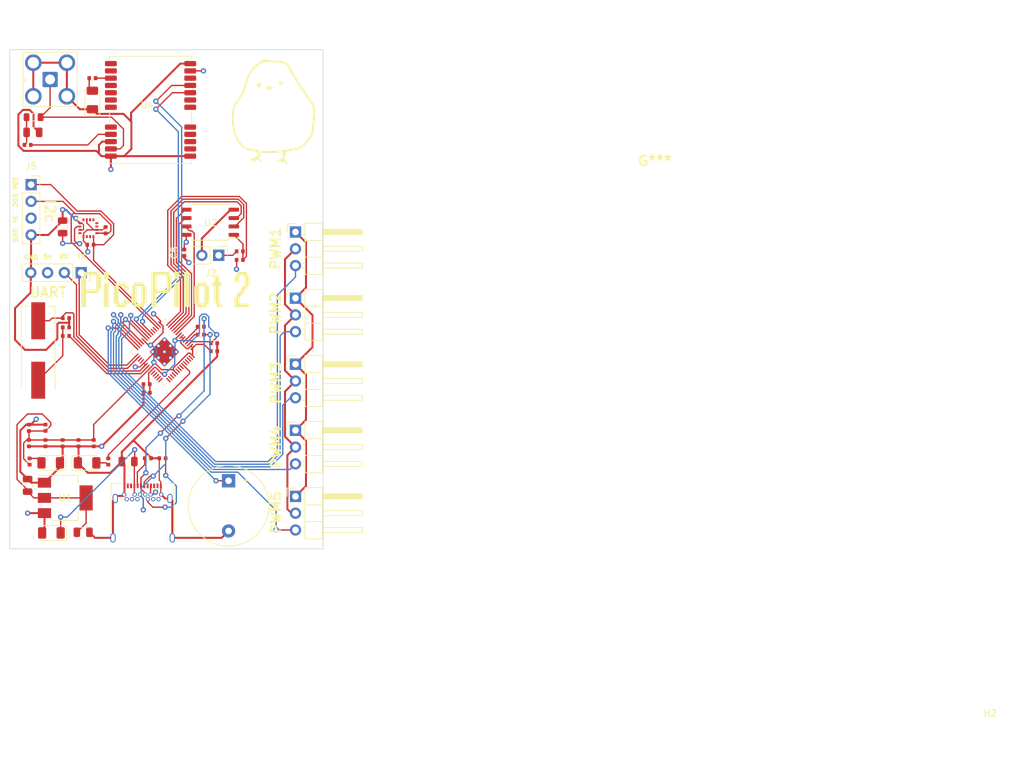
<source format=kicad_pcb>
(kicad_pcb (version 20211014) (generator pcbnew)
  (layers (0 "F.Cu" signal) (1 "In1.Cu" power) (2 "In2.Cu" power) (31 "B.Cu" signal) (34 "B.Paste" user) (35 "F.Paste" user) (36 "B.SilkS" user "B.Silkscreen") (37 "F.SilkS" user "F.Silkscreen") (38 "B.Mask" user) (39 "F.Mask" user) (44 "Edge.Cuts" user))
  (net 0 "")
  (net 1 "GND")
  (net 2 "+3V3")
  (net 3 "/GPIO0")
  (net 4 "/GPIO1")
  (net 5 "/GPIO2")
  (net 6 "/GPIO3")
  (net 7 "/GPIO4")
  (net 8 "/GPIO5")
  (net 9 "/GPIO6")
  (net 10 "/GPIO7")
  (net 11 "/GPIO8")
  (net 12 "/GPIO9")
  (net 13 "/GPIO10")
  (net 14 "/GPIO11")
  (net 15 "/GPIO12")
  (net 16 "/GPIO13")
  (net 17 "/GPIO14")
  (net 18 "/GPIO15")
  (net 19 "/XOUT")
  (net 20 "+1V1")
  (net 21 "/SWCLK")
  (net 22 "/SWD")
  (net 23 "/RUN")
  (net 24 "/GPIO16")
  (net 25 "/GPIO17")
  (net 26 "/GPIO18")
  (net 27 "/GPIO19")
  (net 28 "/GPIO20")
  (net 29 "/GPIO21")
  (net 30 "/GPIO22")
  (net 31 "/GPIO23")
  (net 32 "/GPIO24")
  (net 33 "/GPIO25")
  (net 34 "/GPIO26_ADC0")
  (net 35 "/GPIO27_ADC1")
  (net 36 "/GPIO28_ADC2")
  (net 37 "/GPIO29_ADC3")
  (net 38 "Net-(R4-Pad2)")
  (net 39 "Net-(R3-Pad2)")
  (net 40 "/QSPI_SD3")
  (net 41 "/QSPI_SCLK")
  (net 42 "/QSPI_SD0")
  (net 43 "/QSPI_SD2")
  (net 44 "/QSPI_SD1")
  (net 45 "/QSPI_SS")
  (net 46 "Net-(C3-Pad1)")
  (net 49 "Net-(R9-Pad1)")
  (net 55 "Net-(R8-Pad1)")
  (net 56 "Net-(J4-Pad1)")
  (net 64 "+5V")
  (net 70 "Net-(C19-Pad1)")
  (net 74 "Net-(D2-Pad2)")
  (net 75 "Net-(D3-Pad2)")
  (net 76 "Net-(D4-Pad2)")
  (net 77 "Net-(C18-Pad2)")
  (net 78 "VBUS")
  (net 79 "Net-(R13-Pad1)")
  (net 80 "/USB_D+")
  (net 81 "/USB_D-")
  (net 83 "Net-(R14-Pad1)")
  (net 85 "/~{USB_BOOT}")
  (footprint "Connector_PinHeader_2.54mm:PinHeader_1x03_P2.54mm_Horizontal" (layer "F.Cu") (at 135.825 113.175)
    (fp_text reference "P5")
    (fp_text value "PWM5")
  )
  (footprint "Capacitor_SMD:C_0402_1005Metric" (layer "F.Cu") (at 101.1 86.2)
    (fp_text reference "C2")
    (fp_text value "27p")
  )
  (footprint "Capacitor_SMD:C_0805_2012Metric" (layer "F.Cu") (at 100.6 72.4 90)
    (fp_text reference "C19")
    (fp_text value "4.7uf")
  )
  (footprint "Capacitor_SMD:C_0402_1005Metric" (layer "F.Cu") (at 103 105.12 -90)
    (fp_text reference "C13")
    (fp_text value "100n")
  )
  (footprint "MountingHole:MountingHole_2.7mm_M2.5" (layer "F.Cu") (at 127.9 98)
    (fp_text reference "H3")
    (fp_text value "MountingHole")
  )
  (footprint "Capacitor_SMD:C_0402_1005Metric" (layer "F.Cu") (at 127.4 76.1 180)
    (fp_text reference "R1")
    (fp_text value "1k")
  )
  (footprint "Capacitor_SMD:C_0402_1005Metric" (layer "F.Cu") (at 123.5 91.2)
    (fp_text reference "C10")
    (fp_text value "1u")
  )
  (footprint "Capacitor_SMD:C_0402_1005Metric" (layer "F.Cu") (at 121.5 88.7 180)
    (fp_text reference "R4")
    (fp_text value "27")
  )
  (footprint "Connector_USB:USB_C_Receptacle_Amphenol_12401548E4-2A" (layer "F.Cu") (at 112.7 116.6)
    (fp_text reference "J3")
    (fp_text value "USB_C_Receptacle_USB2.0")
  )
  (footprint "Connector_PinHeader_2.54mm:PinHeader_1x03_P2.54mm_Horizontal" (layer "F.Cu") (at 135.825 73.175)
    (fp_text reference "P1")
    (fp_text value "PWM1")
  )
  (footprint "RP2040_minimal:Crystal_SMD_HC49-US" (layer "F.Cu") (at 96.9 91.1 -90)
    (fp_text reference "Y1")
    (fp_text value "ABLS-12.000MHZ-B4-T")
  )
  (footprint "MountingHole:MountingHole_2.7mm_M2.5" (layer "F.Cu") (at 114.2 66.7)
    (fp_text reference "H4")
    (fp_text value "MountingHole")
  )
  (footprint "Capacitor_SMD:C_0402_1005Metric" (layer "F.Cu") (at 98 105.12 -90)
    (fp_text reference "C15")
    (fp_text value "100n")
  )
  (footprint "LED_SMD:LED_1206_3216Metric" (layer "F.Cu") (at 98.8 108.1 180)
    (fp_text reference "D2")
    (fp_text value "LED")
  )
  (footprint "Capacitor_SMD:C_0402_1005Metric" (layer "F.Cu") (at 105.3 105.12 -90)
    (fp_text reference "C12")
    (fp_text value "100n")
  )
  (footprint "Capacitor_SMD:C_0402_1005Metric" (layer "F.Cu") (at 95.6 107.9 90)
    (fp_text reference "R6")
    (fp_text value "1k")
  )
  (footprint "Capacitor_SMD:C_0402_1005Metric" (layer "F.Cu") (at 119 76.3 -90)
    (fp_text reference "C5")
    (fp_text value "100n")
  )
  (footprint "Connector_PinHeader_2.54mm:PinHeader_1x03_P2.54mm_Horizontal" (layer "F.Cu") (at 135.825 103.175)
    (fp_text reference "P4")
    (fp_text value "PWM4")
  )
  (footprint "Capacitor_SMD:C_0805_2012Metric" (layer "F.Cu") (at 110.5 107.9 180)
    (fp_text reference "C1")
    (fp_text value "10u")
  )
  (footprint "Connector_Coaxial:SMA_Amphenol_901-143_Horizontal" (layer "F.Cu") (at 98.7 50.1)
    (fp_text reference "J4")
    (fp_text value "Conn_Coaxial")
    (fp_line (start 4.3 -4.5) (end -4.3 -4.5) (layer "Edge.Cuts") (width 0.1))
  )
  (footprint "Capacitor_SMD:C_0805_2012Metric" (layer "F.Cu") (at 95.3 111.5 90)
    (fp_text reference "C4")
    (fp_text value "10u")
  )
  (footprint "Capacitor_SMD:C_0805_2012Metric" (layer "F.Cu") (at 96.1 58.1 180)
    (fp_text reference "C18")
    (fp_text value "10n")
  )
  (footprint "Capacitor_SMD:C_0402_1005Metric" (layer "F.Cu") (at 98 102.79 90)
    (fp_text reference "C11")
    (fp_text value "100n")
  )
  (footprint "Capacitor_SMD:C_0402_1005Metric" (layer "F.Cu") (at 113.3 96.2 180)
    (fp_text reference "C6")
    (fp_text value "100n")
  )
  (footprint "Connector_PinHeader_2.54mm:PinHeader_1x03_P2.54mm_Horizontal" (layer "F.Cu") (at 135.825 83.175)
    (fp_text reference "P2")
    (fp_text value "PWM2")
  )
  (footprint "LED_SMD:LED_1206_3216Metric" (layer "F.Cu") (at 105.1 53.2 90)
    (fp_text reference "D4")
    (fp_text value "LED")
  )
  (footprint "Diode_SMD:D_1206_3216Metric" (layer "F.Cu") (at 98.9 118.7 180)
    (fp_text reference "D1")
    (fp_text value "DIODE")
  )
  (footprint "Connector_PinHeader_2.54mm:PinHeader_1x02_P2.54mm_Vertical" (layer "F.Cu") (at 124.2 76.7 -90)
    (fp_text reference "J2")
    (fp_text value "Conn_01x02")
  )
  (footprint "Connector_PinSocket_2.54mm:PinSocket_1x04_P2.54mm_Vertical" (layer "F.Cu") (at 103.4 79.325 -90)
    (fp_text reference "J1")
    (fp_text value "Telemetry")
  )
  (footprint "Package_TO_SOT_SMD:SOT-223-3_TabPin2" (layer "F.Cu") (at 101 113.4)
    (fp_text reference "U1")
    (fp_text value "NCP1117-3.3_SOT223")
  )
  (footprint "Capacitor_SMD:C_0402_1005Metric" (layer "F.Cu") (at 101.1 88.9 180)
    (fp_text reference "R5")
    (fp_text value "1k")
  )
  (footprint "Capacitor_SMD:C_0402_1005Metric" (layer "F.Cu") (at 115.7 107.4 180)
    (fp_text reference "R14")
    (fp_text value "5.11k")
  )
  (footprint "Capacitor_SMD:C_0402_1005Metric" (layer "F.Cu") (at 105.1 49.9 180)
    (fp_text reference "R9")
    (fp_text value "1k")
  )
  (footprint "Capacitor_SMD:C_0402_1005Metric" (layer "F.Cu") (at 101.1 87.6)
    (fp_text reference "C3")
    (fp_text value "27p")
  )
  (footprint "Capacitor_SMD:C_0402_1005Metric" (layer "F.Cu") (at 95.5 105.12 -90)
    (fp_text reference "C16")
    (fp_text value "100n")
  )
  (footprint "Package_LGA:LGA-16_3x3mm_P0.5mm" (layer "F.Cu") (at 104.5 72.6 180)
    (fp_text reference "U5")
    (fp_text value "IST8308")
  )
  (footprint "Capacitor_SMD:C_0402_1005Metric" (layer "F.Cu") (at 113.32 97.5 180)
    (fp_text reference "C7")
    (fp_text value "100n")
  )
  (footprint "Inductor_SMD:L_0805_2012Metric" (layer "F.Cu") (at 96.2 55.8)
    (fp_text reference "L1")
    (fp_text value "27nh")
  )
  (footprint "Capacitor_SMD:C_0402_1005Metric" (layer "F.Cu") (at 95.3 60 180)
    (fp_text reference "R8")
    (fp_text value "10")
  )
  (footprint "Capacitor_SMD:C_0402_1005Metric" (layer "F.Cu") (at 107.1 72.9 -90)
    (fp_text reference "R10")
    (fp_text value "4.7k")
  )
  (footprint "Capacitor_SMD:C_0402_1005Metric" (layer "F.Cu") (at 107.5 107.9 -90)
    (fp_text reference "R7")
    (fp_text value "1k")
  )
  (footprint "Capacitor_SMD:C_0402_1005Metric" (layer "F.Cu") (at 95.5 102.8 90)
    (fp_text reference "C9")
    (fp_text value "100n")
  )
  (footprint "Capacitor_SMD:C_0402_1005Metric" (layer "F.Cu") (at 104.8 75.1)
    (fp_text reference "R11")
    (fp_text value "4.7k")
  )
  (footprint "Capacitor_SMD:C_0402_1005Metric" (layer "F.Cu") (at 121.5 87.5 180)
    (fp_text reference "R3")
    (fp_text value "27")
  )
  (footprint "MountingHole:MountingHole_2.7mm_M2.5" (layer "F.Cu") (at 240.9 149.7)
    (fp_text reference "H2")
    (fp_text value "MountingHole")
  )
  (footprint "LOGO" (layer "F.Cu") (at 116.4 82.1)
    (fp_text reference "G***")
    (fp_text value "LOGO" hide)
  )
  (footprint "Capacitor_SMD:C_0805_2012Metric" (layer "F.Cu") (at 103.7 118.6)
    (fp_text reference "C17")
    (fp_text value "10u")
  )
  (footprint "Buzzer_Beeper:Buzzer_12x9.5RM7.6" (layer "F.Cu") (at 125.7 110.8 -90)
    (fp_text reference "BZ1")
    (fp_text value "Buzzer")
  )
  (footprint "Connector_PinHeader_2.54mm:PinHeader_1x03_P2.54mm_Horizontal" (layer "F.Cu") (at 135.825 93.175)
    (fp_text reference "P3")
    (fp_text value "PWM3")
  )
  (footprint "Capacitor_SMD:C_0402_1005Metric" (layer "F.Cu") (at 123.5 90)
    (fp_text reference "C8")
    (fp_text value "1u")
  )
  (footprint "Capacitor_SMD:C_0402_1005Metric" (layer "F.Cu") (at 113.5 107.4)
    (fp_text reference "R13")
    (fp_text value "5.11k")
  )
  (footprint "LED_SMD:LED_1206_3216Metric" (layer "F.Cu") (at 104.3 108.1)
    (fp_text reference "D3")
    (fp_text value "LED")
  )
  (footprint "MountingHole:MountingHole_2.7mm_M2.5" (layer "F.Cu") (at 104 98)
    (fp_text reference "H1")
    (fp_text value "MountingHole")
  )
  (footprint "Capacitor_SMD:C_0402_1005Metric" (layer "F.Cu") (at 127.4 77.4)
    (fp_text reference "R2")
    (fp_text value "DNF")
  )
  (footprint "RP2040_minimal:RP2040-QFN-56" (layer "F.Cu") (at 116 91.3 -45)
    (fp_text reference "U3")
    (fp_text value "RP2040")
  )
  (footprint "LOGO" (layer "F.Cu") (at 132.067715 53.805678)
    (fp_text reference "G***")
    (fp_text value "LOGO" hide)
  )
  (footprint "Connector_PinSocket_2.54mm:PinSocket_1x04_P2.54mm_Vertical" (layer "F.Cu") (at 95.825 66)
    (fp_text reference "J5")
    (fp_text value "Telemetry")
  )
  (footprint "RF_GPS:ublox_NEO" (layer "F.Cu") (at 113.9 54.7)
    (fp_text reference "U4")
    (fp_text value "NEO-M8M")
  )
  (footprint "Package_SO:SOIC-8_5.23x5.23mm_P1.27mm" (layer "F.Cu") (at 122.9 71.7 180)
    (fp_text reference "U2")
    (fp_text value "W25Q128JVS")
  )
  (footprint "Capacitor_SMD:C_0402_1005Metric" (layer "F.Cu") (at 100.6 105.12 -90)
    (fp_text reference "C14")
    (fp_text value "100n")
  )
  (gr_rect (start 92.6 45.6) (end 140 121.1) (layer "Edge.Cuts") (width 0.1) (fill none))
  (gr_text "I2c\n" (at 98.7 70 270) (layer "F.SilkS") (effects (font (size 1.5 1.5) (thickness 0.3))))
  (gr_text "3v" (at 93.4 71.2 270) (layer "F.SilkS") (effects (font (size 0.7 0.7) (thickness 0.175))))
  (gr_text "GND" (at 95.8 77) (layer "F.SilkS") (effects (font (size 0.7 0.7) (thickness 0.175))))
  (gr_text "PWM1" (at 132.8 75.7 90) (layer "F.SilkS") (effects (font (size 1.5 1.5) (thickness 0.3))))
  (gr_text "PWM2\n" (at 132.8 85.5 90) (layer "F.SilkS") (effects (font (size 1.5 1.5) (thickness 0.3))))
  (gr_text "5v" (at 98.3 76.9) (layer "F.SilkS") (effects (font (size 0.7 0.7) (thickness 0.175))))
  (gr_text "SDA" (at 93.4 65.8 270) (layer "F.SilkS") (effects (font (size 0.7 0.7) (thickness 0.175))))
  (gr_text "UART\n" (at 98.4 82.3) (layer "F.SilkS") (effects (font (size 1.5 1.5) (thickness 0.3))))
  (gr_text "PWM4\n\n" (at 134.1 105.7 90) (layer "F.SilkS") (effects (font (size 1.5 1.5) (thickness 0.3))))
  (gr_text "TX\n" (at 103.4 76.9) (layer "F.SilkS") (effects (font (size 0.7 0.7) (thickness 0.175))))
  (gr_text "PWM3\n" (at 132.9 96 90) (layer "F.SilkS") (effects (font (size 1.5 1.5) (thickness 0.3))))
  (gr_text "PWM5\n\n" (at 134.1 115.6 90) (layer "F.SilkS") (effects (font (size 1.5 1.5) (thickness 0.3))))
  (gr_text "RX\n" (at 100.8 76.9) (layer "F.SilkS") (effects (font (size 0.7 0.7) (thickness 0.175))))
  (gr_text "GND" (at 93.4 73.7 270) (layer "F.SilkS") (effects (font (size 0.7 0.7) (thickness 0.175))))
  (gr_text "SDC" (at 93.4 68.4 270) (layer "F.SilkS") (effects (font (size 0.7 0.7) (thickness 0.175))))
  (segment (start 115.45 110.95) (end 115.45 111.58) (width 0.175) (layer "F.Cu") (net 1))
  (segment (start 115.22 107.4) (end 115.22 110.72) (width 0.175) (layer "F.Cu") (net 1))
  (segment (start 109.95 112.84) (end 109.9 112.89) (width 0.3) (layer "F.Cu") (net 1))
  (segment (start 95.825 79.28) (end 95.78 79.325) (width 0.3) (layer "F.Cu") (net 1))
  (segment (start 101.24 52.64) (end 103.2 54.6) (width 0.3) (layer "F.Cu") (net 1))
  (segment (start 104.2 54.6) (end 105.1 54.6) (width 0.3) (layer "F.Cu") (net 1))
  (segment (start 110.95 55.15) (end 110.95 56.45) (width 0.3) (layer "F.Cu") (net 1))
  (segment (start 94.9 91) (end 93.4 89.5) (width 0.3) (layer "F.Cu") (net 1))
  (segment (start 135.825 103.175) (end 137.415733 104.765733) (width 0.3) (layer "F.Cu") (net 1))
  (segment (start 94.7 60.9) (end 105.7 60.9) (width 0.3) (layer "F.Cu") (net 1))
  (segment (start 95.6 54.7) (end 94.601939 54.7) (width 0.3) (layer "F.Cu") (net 1))
  (segment (start 112.84 99.26) (end 106.5 105.6) (width 0.3) (layer "F.Cu") (net 1))
  (segment (start 111.2 104.8) (end 109.55 106.45) (width 0.3) (layer "F.Cu") (net 1))
  (segment (start 103 105.6) (end 103 108) (width 0.3) (layer "F.Cu") (net 1))
  (segment (start 96.2 57.25) (end 96.2 55.3) (width 0.3) (layer "F.Cu") (net 1))
  (segment (start 115.5 112.89) (end 116.1 113.49) (width 0.3) (layer "F.Cu") (net 1))
  (segment (start 105.1 54.6) (end 105.8 55.3) (width 0.3) (layer "F.Cu") (net 1))
  (segment (start 102.3 85.6) (end 102.3 89.054314) (width 0.2) (layer "F.Cu") (net 1))
  (segment (start 103.75 72.8) (end 103.75 72.05) (width 0.175) (layer "F.Cu") (net 1))
  (segment (start 112.862214 93.023573) (end 114.196878 91.688909) (width 0.175) (layer "F.Cu") (net 1))
  (segment (start 107.9 59.5) (end 106.6 59.5) (width 0.3) (layer "F.Cu") (net 1))
  (segment (start 119 77.1) (end 119.7 77.8) (width 0.3) (layer "F.Cu") (net 1))
  (segment (start 103.75 72.05) (end 103.55 71.85) (width 0.175) (layer "F.Cu") (net 1))
  (segment (start 100.2 108.75) (end 97.85 111.1) (width 0.3) (layer "F.Cu") (net 1))
  (segment (start 103.2 54.6) (end 104.2 54.6) (width 0.3) (layer "F.Cu") (net 1))
  (segment (start 100.6 107.7) (end 100.6 105.6) (width 0.3) (layer "F.Cu") (net 1))
  (segment (start 100.2 108.1) (end 100.6 107.7) (width 0.3) (layer "F.Cu") (net 1))
  (segment (start 107.9 61.7) (end 119.9 61.7) (width 0.3) (layer "F.Cu") (net 1))
  (segment (start 104.65 118.6) (end 105.49 119.44) (width 0.3) (layer "F.Cu") (net 1))
  (segment (start 137.415733 101.584267) (end 135.825 103.175) (width 0.3) (layer "F.Cu") (net 1))
  (segment (start 106.1 60) (end 106.1 61.3) (width 0.3) (layer "F.Cu") (net 1))
  (segment (start 95.3 110.55) (end 94.2 109.45) (width 0.3) (layer "F.Cu") (net 1))
  (segment (start 135.825 83.175) (end 138.4 85.75) (width 0.3) (layer "F.Cu") (net 1))
  (segment (start 97.05 58.1) (end 96.2 57.25) (width 0.3) (layer "F.Cu") (net 1))
  (segment (start 137.415733 104.765733) (end 137.415733 111.584267) (width 0.3) (layer "F.Cu") (net 1))
  (segment (start 111.588987 93.588987) (end 112.2968 93.588987) (width 0.175) (layer "F.Cu") (net 1))
  (segment (start 100.62 85.88) (end 101.1 85.4) (width 0.2) (layer "F.Cu") (net 1))
  (segment (start 106.6 59.5) (end 106.1 60) (width 0.3) (layer "F.Cu") (net 1))
  (segment (start 119.9 47.7) (end 118.4 47.7) (width 0.3) (layer "F.Cu") (net 1))
  (segment (start 106.1 61.3) (end 106.5 61.7) (width 0.3) (layer "F.Cu") (net 1))
  (segment (start 93.4 89.5) (end 93.4 84.7) (width 0.3) (layer "F.Cu") (net 1))
  (segment (start 107.85 109.6) (end 104.4 109.6) (width 0.3) (layer "F.Cu") (net 1))
  (segment (start 108.96 113.1) (end 108.57 113.49) (width 0.3) (layer "F.Cu") (net 1))
  (segment (start 103.7 72.85) (end 103.75 72.8) (width 0.175) (layer "F.Cu") (net 1))
  (segment (start 100.6 105.6) (end 103 105.6) (width 0.3) (layer "F.Cu") (net 1))
  (segment (start 99.8 87.1) (end 99.8 89.3) (width 0.3) (layer "F.Cu") (net 1))
  (segment (start 101.24 47.56) (end 96.16 47.56) (width 0.3) (layer "F.Cu") (net 1))
  (segment (start 111 60.6) (end 109.9 61.7) (width 0.3) (layer "F.Cu") (net 1))
  (segment (start 109.69 113.1) (end 108.96 113.1) (width 0.3) (layer "F.Cu") (net 1))
  (segment (start 112.84 97.5) (end 112.84 99.26) (width 0.3) (layer "F.Cu") (net 1))
  (segment (start 103.122843 89.877157) (end 107.445686 94.2) (width 0.2) (layer "F.Cu") (net 1))
  (segment (start 112.862214 93.023573) (end 112.2968 93.588987) (width 0.175) (layer "F.Cu") (net 1))
  (segment (start 101.48 86.9) (end 100 86.9) (width 0.3) (layer "F.Cu") (net 1))
  (segment (start 102.1 85.4) (end 102.3 85.6) (width 0.2) (layer "F.Cu") (net 1))
  (segment (start 105.8 55.3) (end 109.8 55.3) (width 0.3) (layer "F.Cu") (net 1))
  (segment (start 105.49 119.44) (end 108.21 119.44) (width 0.3) (layer "F.Cu") (net 1))
  (segment (start 94.601939 54.7) (end 93.9 55.401939) (width 0.3) (layer "F.Cu") (net 1))
  (segment (start 97.99 102.32) (end 98 102.31) (width 0.3) (layer "F.Cu") (net 1))
  (segment (start 96.88 102.32) (end 97.99 102.32) (width 0.3) (layer "F.Cu") (net 1))
  (segment (start 99 86.2) (end 98.6 86.6) (width 0.2) (layer "F.Cu") (net 1))
  (segment (start 103.55 71.85) (end 103.225 71.85) (width 0.175) (layer "F.Cu") (net 1))
  (segment (start 103 108) (end 102.9 108.1) (width 0.3) (layer "F.Cu") (net 1))
  (segment (start 101.58 87.6) (end 101.58 86.2) (width 0.3) (layer "F.Cu") (net 1))
  (segment (start 111.2 104.8) (end 111.422965 104.8) (width 0.3) (layer "F.Cu") (net 1))
  (segment (start 100 86.9) (end 99.8 87.1) (width 0.3) (layer "F.Cu") (net 1))
  (segment (start 95.825 73.62) (end 95.825 79.28) (width 0.3) (layer "F.Cu") (net 1))
  (segment (start 138.4 85.75) (end 138.4 90.6) (width 0.3) (layer "F.Cu") (net 1))
  (segment (start 103.225 72.85) (end 103.7 72.85) (width 0.175) (layer "F.Cu") (net 1))
  (segment (start 98 105.6) (end 100.6 105.6) (width 0.3) (layer "F.Cu") (net 1))
  (segment (start 135.825 73.175) (end 137.415733 74.765733) (width 0.3) (layer "F.Cu") (net 1))
  (segment (start 101.58 86.8) (end 101.48 86.9) (width 0.3) (layer "F.Cu") (net 1))
  (segment (start 100.62 86.2) (end 100.62 85.98) (width 0.2) (layer "F.Cu") (net 1))
  (segment (start 98.6 86.6) (end 96.9 86.6) (width 0.2) (layer "F.Cu") (net 1))
  (segment (start 115.5 112.89) (end 115.45 112.84) (width 0.3) (layer "F.Cu") (net 1))
  (segment (start 126.005 69.795) (end 121.66 74.14) (width 0.3) (layer "F.Cu") (net 1))
  (segment (start 126.5 69.795) (end 126.005 69.795) (width 0.3) (layer "F.Cu") (net 1))
  (segment (start 109.95 111.58) (end 109.95 108.3) (width 0.3) (layer "F.Cu") (net 1))
  (segment (start 102.3 89.054314) (end 103.122843 89.877157) (width 0.2) (layer "F.Cu") (net 1))
  (segment (start 123.98 90) (end 123.98 91.2) (width 0.3) (layer "F.Cu") (net 1))
  (segment (start 109.8 55.3) (end 111 56.5) (width 0.3) (layer "F.Cu") (net 1))
  (segment (start 102.5995 71.2245) (end 103.225 71.85) (width 0.3) (layer "F.Cu") (net 1))
  (segment (start 107.9 63.7) (end 107.9 61.7) (width 0.3) (layer "F.Cu") (net 1))
  (segment (start 135.825 93.175) (end 137.415733 94.765733) (width 0.3) (layer "F.Cu") (net 1))
  (segment (start 100.62 86.2) (end 99 86.2) (width 0.2) (layer "F.Cu") (net 1))
  (segment (start 100.6 69.8) (end 100.6 71.45) (width 0.3) (layer "F.Cu") (net 1))
  (segment (start 123.98 92.02) (end 111.2 104.8) (width 0.3) (layer "F.Cu") (net 1))
  (segment (start 95.08 102.32) (end 95.5 102.32) (width 0.3) (layer "F.Cu") (net 1))
  (segment (start 117.19 119.44) (end 124.66 119.44) (width 0.3) (layer "F.Cu") (net 1))
  (segment (start 115.45 112.84) (end 115.45 111.58) (width 0.175) (layer "F.Cu") (net 1))
  (segment (start 113.145056 93.306415) (end 112.862214 93.023573) (width 0.2) (layer "F.Cu") (net 1))
  (segment (start 98.1 91) (end 94.9 91) (width 0.3) (layer "F.Cu") (net 1))
  (segment (start 111 56.5) (end 111 60.6) (width 0.3) (layer "F.Cu") (net 1))
  (segment (start 112.84 96.32) (end 112.82 96.3) (width 0.3) (layer "F.Cu") (net 1))
  (segment (start 109.9 112.89) (end 109.69 113.1) (width 0.3) (layer "F.Cu") (net 1))
  (segment (start 117.19 113.85) (end 116.83 113.49) (width 0.3) (layer "F.Cu") (net 1))
  (segment (start 112.251471 94.2) (end 113.075736 93.375735) (width 0.2) (layer "F.Cu") (net 1))
  (segment (start 103 105.6) (end 105.3 105.6) (width 0.3) (layer "F.Cu") (net 1))
  (segment (start 108.21 113.85) (end 108.57 113.49) (width 0.3) (layer "F.Cu") (net 1))
  (segment (start 112.84 97.5) (end 112.84 96.32) (width 0.3) (layer "F.Cu") (net 1))
  (segment (start 111.422965 104.8) (end 113.98 107.357035) (width 0.3) (layer "F.Cu") (net 1))
  (segment (start 117.19 119.44) (end 117.19 113.85) (width 0.3) (layer "F.Cu") (net 1))
  (segment (start 104.4 109.6) (end 102.9 108.1) (width 0.3) (layer "F.Cu") (net 1))
  (segment (start 137.415733 111.584267) (end 135.825 113.175) (width 0.3) (layer "F.Cu") (net 1))
  (segment (start 109.55 106.45) (end 109.55 107.9) (width 0.3) (layer "F.Cu") (net 1))
  (segment (start 114.196878 91.688909) (end 114.196878 91.3) (width 0.175) (layer "F.Cu") (net 1))
  (segment (start 98.43 73.62) (end 100.6 71.45) (width 0.3) (layer "F.Cu") (net 1))
  (segment (start 137.415733 94.765733) (end 137.415733 101.584267) (width 0.3) (layer "F.Cu") (net 1))
  (segment (start 95.3 110.55) (end 95.85 111.1) (width 0.3) (layer "F.Cu") (net 1))
  (segment (start 101.24 52.64) (end 101.24 47.56) (width 0.3) (layer "F.Cu") (net 1))
  (segment (start 100.62 86.2) (end 100.62 85.88) (width 0.2) (layer "F.Cu") (net 1))
  (segment (start 99.8 89.3) (end 98.1 91) (width 0.3) (layer "F.Cu") (net 1))
  (segment (start 101.1 85.4) (end 102.1 85.4) (width 0.2) (layer "F.Cu") (net 1))
  (segment (start 116.1 113.49) (end 116.83 113.49) (width 0.3) (layer "F.Cu") (net 1))
  (segment (start 95.5 102.32) (end 96.88 102.32) (width 0.3) (layer "F.Cu") (net 1))
  (segment (start 107.445686 94.2) (end 112.251471 94.2) (width 0.2) (layer "F.Cu") (net 1))
  (segment (start 109.95 111.58) (end 109.95 112.84) (width 0.3) (layer "F.Cu") (net 1))
  (segment (start 95.8 82.3) (end 95.78 82.28) (width 0.3) (layer "F.Cu") (net 1))
  (segment (start 105.3 105.6) (end 106.5 105.6) (width 0.3) (layer "F.Cu") (net 1))
  (segment (start 137.415733 74.765733) (end 137.415733 81.584267) (width 0.3) (layer "F.Cu") (net 1))
  (segment (start 121.66 74.14) (end 121.66 76.7) (width 0.3) (layer "F.Cu") (net 1))
  (segment (start 95.825 73.62) (end 98.43 73.62) (width 0.3) (layer "F.Cu") (net 1))
  (segment (start 94.2 109.45) (end 94.2 103.2) (width 0.3) (layer "F.Cu") (net 1))
  (segment (start 113.98 107.357035) (end 113.98 107.4) (width 0.3) (layer "F.Cu") (net 1))
  (segment (start 118.4 47.7) (end 110.95 55.15) (width 0.3) (layer "F.Cu") (net 1))
  (segment (start 137.415733 81.584267) (end 135.825 83.175) (width 0.3) (layer "F.Cu") (net 1))
  (segment (start 124.66 119.44) (end 125.7 118.4) (width 0.3) (layer "F.Cu") (net 1))
  (segment (start 113.98 107.4) (end 115.22 107.4) (width 0.3) (layer "F.Cu") (net 1))
  (segment (start 93.4 84.7) (end 95.8 82.3) (width 0.3) (layer "F.Cu") (net 1))
  (segment (start 109.9 61.7) (end 107.9 61.7) (width 0.3) (layer "F.Cu") (net 1))
  (segment (start 94.2 103.2) (end 95.08 102.32) (width 0.3) (layer "F.Cu") (net 1))
  (segment (start 93.9 55.401939) (end 93.9 60.1) (width 0.3) (layer "F.Cu") (net 1))
  (segment (start 101.58 86.2) (end 101.58 86.8) (width 0.3) (layer "F.Cu") (net 1))
  (segment (start 119 76.78) (end 119 77.1) (width 0.3) (layer "F.Cu") (net 1))
  (segment (start 109.55 107.9) (end 107.85 109.6) (width 0.3) (layer "F.Cu") (net 1))
  (segment (start 95.78 82.28) (end 95.78 79.325) (width 0.3) (layer "F.Cu") (net 1))
  (segment (start 100.2 108.1) (end 100.2 108.75) (width 0.3) (layer "F.Cu") (net 1))
  (segment (start 102.5995 71.1) (end 102.5995 71.2245) (width 0.3) (layer "F.Cu") (net 1))
  (segment (start 115.22 110.72) (end 115.45 110.95) (width 0.175) (layer "F.Cu") (net 1))
  (segment (start 95.5 102.32) (end 95.78 102.32) (width 0.3) (layer "F.Cu") (net 1))
  (segment (start 106.5 61.7) (end 107.9 61.7) (width 0.3) (layer "F.Cu") (net 1))
  (segment (start 138.4 90.6) (end 135.825 93.175) (width 0.3) (layer "F.Cu") (net 1))
  (segment (start 123.98 91.2) (end 123.98 92.02) (width 0.3) (layer "F.Cu") (net 1))
  (segment (start 93.9 60.1) (end 94.7 60.9) (width 0.3) (layer "F.Cu") (net 1))
  (segment (start 95.78 102.32) (end 96.6 101.5) (width 0.3) (layer "F.Cu") (net 1))
  (segment (start 95.5 105.6) (end 98 105.6) (width 0.3) (layer "F.Cu") (net 1))
  (segment (start 109.95 108.3) (end 109.55 107.9) (width 0.3) (layer "F.Cu") (net 1))
  (segment (start 105.7 60.9) (end 106.4 61.6) (width 0.3) (layer "F.Cu") (net 1))
  (segment (start 96.16 52.64) (end 96.16 47.56) (width 0.3) (layer "F.Cu") (net 1))
  (segment (start 95.85 111.1) (end 97.85 111.1) (width 0.3) (layer "F.Cu") (net 1))
  (segment (start 108.21 119.44) (end 108.21 113.85) (width 0.3) (layer "F.Cu") (net 1))
  (segment (start 96.2 55.3) (end 95.6 54.7) (width 0.3) (layer "F.Cu") (net 1))
  (via (at 107.9 63.7) (size 0.8) (drill 0.4) (layers "F.Cu" "B.Cu") (net 1))
  (via (at 96.6 101.5) (size 0.8) (drill 0.4) (layers "F.Cu" "B.Cu") (net 1))
  (via (at 106.5 105.6) (size 0.8) (drill 0.4) (layers "F.Cu" "B.Cu") (net 1))
  (via (at 100.6 69.8) (size 0.8) (drill 0.4) (layers "F.Cu" "B.Cu") (net 1))
  (via (at 102.5995 71.1) (size 0.8) (drill 0.4) (layers "F.Cu" "B.Cu") (net 1))
  (via (at 111.588987 93.588987) (size 0.8) (drill 0.4) (layers "F.Cu" "B.Cu") (net 1))
  (via (at 119.7 77.8) (size 0.8) (drill 0.4) (layers "F.Cu" "B.Cu") (net 1))
  (segment (start 102.5995 71.1) (end 102.4 71.1) (width 0.3) (layer "B.Cu") (net 1))
  (segment (start 101.1 69.8) (end 100.6 69.8) (width 0.3) (layer "B.Cu") (net 1))
  (segment (start 102.4 71.1) (end 101.1 69.8) (width 0.3) (layer "B.Cu") (net 1))
  (segment (start 113.580505 90.294718) (end 112.862214 89.576427) (width 0.2) (layer "F.Cu") (net 2))
  (segment (start 122 90.18) (end 122 90.165596) (width 0.2) (layer "F.Cu") (net 2))
  (segment (start 95.16 104.64) (end 94.7 105.1) (width 0.2) (layer "F.Cu") (net 2))
  (segment (start 104.32 75.1) (end 104.32 76.085173) (width 0.2) (layer "F.Cu") (net 2))
  (segment (start 119 75) (end 119.3 74.7) (width 0.2) (layer "F.Cu") (net 2))
  (segment (start 115.407798 86.607286) (end 114.350256 85.549744) (width 0.2) (layer "F.Cu") (net 2))
  (segment (start 114.4 92.9) (end 114.4 93.182844) (width 0.2) (layer "F.Cu") (net 2))
  (segment (start 97.85 113.4) (end 104.15 113.4) (width 0.2) (layer "F.Cu") (net 2))
  (segment (start 104.3 72.85) (end 105.775 72.85) (width 0.2) (layer "F.Cu") (net 2))
  (segment (start 118.478427 89.96005) (end 119.319849 90.801472) (width 0.2) (layer "F.Cu") (net 2))
  (segment (start 119.609797 90.801472) (end 119.986314 90.424955) (width 0.2) (layer "F.Cu") (net 2))
  (segment (start 96.25 113.4) (end 97.85 113.4) (width 0.2) (layer "F.Cu") (net 2))
  (segment (start 126.92 77.4) (end 126.92 78.78) (width 0.2) (layer "F.Cu") (net 2))
  (segment (start 95.3 112.2) (end 93.7 110.6) (width 0.2) (layer "F.Cu") (net 2))
  (segment (start 120.269157 91.892202) (end 120.269157 90.707798) (width 0.2) (layer "F.Cu") (net 2))
  (segment (start 104.15 117.2) (end 104.15 113.4) (width 0.2) (layer "F.Cu") (net 2))
  (segment (start 116.308465 93.997728) (end 116.310737 94) (width 0.2) (layer "F.Cu") (net 2))
  (segment (start 105.3 72.85) (end 105.775 72.85) (width 0.2) (layer "F.Cu") (net 2))
  (segment (start 100.6 104.64) (end 103 104.64) (width 0.2) (layer "F.Cu") (net 2))
  (segment (start 103.75 73.875) (end 103.75 73.4) (width 0.2) (layer "F.Cu") (net 2))
  (segment (start 114.465686 92.9) (end 115.565686 94) (width 0.2) (layer "F.Cu") (net 2))
  (segment (start 119.319849 90.801472) (end 119.609797 90.801472) (width 0.2) (layer "F.Cu") (net 2))
  (segment (start 114.4 92.9) (end 114.465686 92.9) (width 0.2) (layer "F.Cu") (net 2))
  (segment (start 97.99 103.28) (end 98 103.27) (width 0.2) (layer "F.Cu") (net 2))
  (segment (start 113.894718 90.294718) (end 113.580505 90.294718) (width 0.2) (layer "F.Cu") (net 2))
  (segment (start 115.728565 93.997728) (end 116.308465 93.997728) (width 0.2) (layer "F.Cu") (net 2))
  (segment (start 118.572101 89.010742) (end 118.854944 89.293585) (width 0.2) (layer "F.Cu") (net 2))
  (segment (start 118.478427 89.670102) (end 118.478427 89.96005) (width 0.2) (layer "F.Cu") (net 2))
  (segment (start 126.92 78.78) (end 126.9 78.8) (width 0.2) (layer "F.Cu") (net 2))
  (segment (start 95.5 104.64) (end 98 104.64) (width 0.2) (layer "F.Cu") (net 2))
  (segment (start 115.407798 87.030843) (end 115.407798 86.607286) (width 0.2) (layer "F.Cu") (net 2))
  (segment (start 105.775 72.85) (end 106.67 72.85) (width 0.2) (layer "F.Cu") (net 2))
  (segment (start 123.02 91.2) (end 122 90.18) (width 0.2) (layer "F.Cu") (net 2))
  (segment (start 95.5 103.28) (end 97.99 103.28) (width 0.2) (layer "F.Cu") (net 2))
  (segment (start 114.4 93.182844) (end 113.710742 93.872101) (width 0.2) (layer "F.Cu") (net 2))
  (segment (start 119.9 48.8) (end 121.9 48.8) (width 0.2) (layer "F.Cu") (net 2))
  (segment (start 119.6 91.5) (end 119.876955 91.5) (width 0.2) (layer "F.Cu") (net 2))
  (segment (start 117.347056 93.752944) (end 119.6 91.5) (width 0.2) (layer "F.Cu") (net 2))
  (segment (start 113.894718 90.294718) (end 115.784314 88.405122) (width 0.2) (layer "F.Cu") (net 2))
  (segment (start 119.876955 91.5) (end 120.269157 91.892202) (width 0.2) (layer "F.Cu") (net 2))
  (segment (start 95.5 104.64) (end 95.16 104.64) (width 0.2) (layer "F.Cu") (net 2))
  (segment (start 104.25 71.8) (end 105.3 72.85) (width 0.2) (layer "F.Cu") (net 2))
  (segment (start 95.3 100.7) (end 97.5 100.7) (width 0.2) (layer "F.Cu") (net 2))
  (segment (start 102.75 118.6) (end 104.15 117.2) (width 0.2) (layer "F.Cu") (net 2))
  (segment (start 103.75 73.4) (end 104.3 72.85) (width 0.2) (layer "F.Cu") (net 2))
  (segment (start 94.7 107.48) (end 95.6 108.38) (width 0.2) (layer "F.Cu") (net 2))
  (segment (start 93.7 110.6) (end 93.7 102.3) (width 0.2) (layer "F.Cu") (net 2))
  (segment (start 103.75 74.53) (end 103.75 73.875) (width 0.2) (layer "F.Cu") (net 2))
  (segment (start 120.811359 90.165596) (end 120.269157 90.707798) (width 0.2) (layer "F.Cu") (net 2))
  (segment (start 117.723573 94.437786) (end 117.347056 94.061269) (width 0.2) (layer "F.Cu") (net 2))
  (segment (start 95.3 112.45) (end 96.25 113.4) (width 0.2) (layer "F.Cu") (net 2))
  (segment (start 106.67 72.85) (end 107.1 72.42) (width 0.2) (layer "F.Cu") (net 2))
  (segment (start 97.5 100.7) (end 98.8 102) (width 0.2) (layer "F.Cu") (net 2))
  (segment (start 98 104.64) (end 100.6 104.64) (width 0.2) (layer "F.Cu") (net 2))
  (segment (start 98.8 102.47) (end 98 103.27) (width 0.2) (layer "F.Cu") (net 2))
  (segment (start 118.854944 89.293585) (end 118.478427 89.670102) (width 0.2) (layer "F.Cu") (net 2))
  (segment (start 119.3 73.605) (end 119.3 74.7) (width 0.2) (layer "F.Cu") (net 2))
  (segment (start 105.3 102.282843) (end 105.3 104.64) (width 0.2) (layer "F.Cu") (net 2))
  (segment (start 104.25 71.325) (end 104.25 71.8) (width 0.2) (layer "F.Cu") (net 2))
  (segment (start 115.726293 94) (end 115.728565 93.997728) (width 0.2) (layer "F.Cu") (net 2))
  (segment (start 115.565686 94) (end 115.726293 94) (width 0.2) (layer "F.Cu") (net 2))
  (segment (start 119.986314 90.424955) (end 120.269157 90.707798) (width 0.2) (layer "F.Cu") (net 2))
  (segment (start 95.5 104.64) (end 95.5 103.28) (width 0.2) (layer "F.Cu") (net 2))
  (segment (start 115.784314 88.405122) (end 115.784314 87.407361) (width 0.2) (layer "F.Cu") (net 2))
  (segment (start 103 104.64) (end 105.3 104.64) (width 0.2) (layer "F.Cu") (net 2))
  (segment (start 104.32 75.1) (end 103.75 74.53) (width 0.2) (layer "F.Cu") (net 2))
  (segment (start 119 75.82) (end 119 75) (width 0.2) (layer "F.Cu") (net 2))
  (segment (start 94.7 105.1) (end 94.7 107.48) (width 0.2) (layer "F.Cu") (net 2))
  (segment (start 115.784314 87.407361) (end 115.407798 87.030843) (width 0.2) (layer "F.Cu") (net 2))
  (segment (start 104.32 76.085173) (end 104.405176 76.170349) (width 0.2) (layer "F.Cu") (net 2))
  (segment (start 117.347056 94.061269) (end 117.347056 93.752944) (width 0.2) (layer "F.Cu") (net 2))
  (segment (start 98.8 102) (end 98.8 102.47) (width 0.2) (layer "F.Cu") (net 2))
  (segment (start 113.710742 93.872101) (end 105.3 102.282843) (width 0.2) (layer "F.Cu") (net 2))
  (segment (start 117.285787 94) (end 117.723573 94.437786) (width 0.2) (layer "F.Cu") (net 2))
  (segment (start 95.3 112.45) (end 95.3 112.2) (width 0.2) (layer "F.Cu") (net 2))
  (segment (start 93.7 102.3) (end 95.3 100.7) (width 0.2) (layer "F.Cu") (net 2))
  (segment (start 122 90.165596) (end 120.811359 90.165596) (width 0.2) (layer "F.Cu") (net 2))
  (segment (start 116.310737 94) (end 117.285787 94) (width 0.2) (layer "F.Cu") (net 2))
  (via (at 119.3 74.7) (size 0.8) (drill 0.4) (layers "F.Cu" "B.Cu") (net 2))
  (via (at 126.9 78.8) (size 0.8) (drill 0.4) (layers "F.Cu" "B.Cu") (net 2))
  (via (at 104.405176 76.170349) (size 0.8) (drill 0.4) (layers "F.Cu" "B.Cu") (net 2))
  (via (at 114.4 92.9) (size 0.8) (drill 0.4) (layers "F.Cu" "B.Cu") (net 2))
  (via (at 121.9 48.8) (size 0.8) (drill 0.4) (layers "F.Cu" "B.Cu") (net 2))
  (via (at 113.894718 90.294718) (size 0.8) (drill 0.4) (layers "F.Cu" "B.Cu") (net 2))
  (via (at 114.350256 85.549744) (size 0.8) (drill 0.4) (layers "F.Cu" "B.Cu") (net 2))
  (segment (start 114.796878 91.548529) (end 114.796878 90.996878) (width 0.2) (layer "B.Cu") (net 2))
  (segment (start 114.4 91.945407) (end 114.796878 91.548529) (width 0.2) (layer "B.Cu") (net 2))
  (segment (start 114.4 92.9) (end 114.4 91.945407) (width 0.2) (layer "B.Cu") (net 2))
  (segment (start 114.796878 90.996878) (end 114.094718 90.294718) (width 0.2) (layer "B.Cu") (net 2))
  (segment (start 114.094718 90.294718) (end 113.894718 90.294718) (width 0.2) (layer "B.Cu") (net 2))
  (segment (start 108.3 73.6) (end 106.8 75.1) (width 0.2) (layer "F.Cu") (net 3))
  (segment (start 105.28 75.1) (end 105.28 73.905) (width 0.2) (layer "F.Cu") (net 3))
  (segment (start 105.28 75.1) (end 105.28 77.468731) (width 0.2) (layer "F.Cu") (net 3))
  (segment (start 105.28 73.905) (end 105.25 73.875) (width 0.2) (layer "F.Cu") (net 3))
  (segment (start 98.8 66) (end 102.8 70) (width 0.2) (layer "F.Cu") (net 3))
  (segment (start 105.28 77.468731) (end 115.124955 87.313686) (width 0.2) (layer "F.Cu") (net 3))
  (segment (start 95.825 66) (end 98.8 66) (width 0.2) (layer "F.Cu") (net 3))
  (segment (start 106.8 75.1) (end 105.28 75.1) (width 0.2) (layer "F.Cu") (net 3))
  (segment (start 102.8 70) (end 106.4 70) (width 0.2) (layer "F.Cu") (net 3))
  (segment (start 108.3 71.9) (end 108.3 73.6) (width 0.2) (layer "F.Cu") (net 3))
  (segment (start 106.4 70) (end 108.3 71.9) (width 0.2) (layer "F.Cu") (net 3))
  (segment (start 107.52 73.38) (end 107.9 73) (width 0.2) (layer "F.Cu") (net 4))
  (segment (start 107.9 72.1) (end 106.2 70.4) (width 0.2) (layer "F.Cu") (net 4))
  (segment (start 107.07 73.35) (end 107.1 73.38) (width 0.2) (layer "F.Cu") (net 4))
  (segment (start 100.64 68.54) (end 102.35 70.25) (width 0.2) (layer "F.Cu") (net 4))
  (segment (start 102.145583 74.9) (end 114.822792 87.577209) (width 0.2) (layer "F.Cu") (net 4))
  (segment (start 107.1 73.38) (end 107.52 73.38) (width 0.2) (layer "F.Cu") (net 4))
  (segment (start 105.775 73.35) (end 107.07 73.35) (width 0.2) (layer "F.Cu") (net 4))
  (segment (start 102.35 70.25) (end 101.9 70.7) (width 0.2) (layer "F.Cu") (net 4))
  (segment (start 101.9 70.7) (end 101.9 74.7) (width 0.2) (layer "F.Cu") (net 4))
  (segment (start 102.5 70.4) (end 102.3 70.2) (width 0.2) (layer "F.Cu") (net 4))
  (segment (start 102.1 74.9) (end 102.145583 74.9) (width 0.2) (layer "F.Cu") (net 4))
  (segment (start 107.9 73) (end 107.9 72.1) (width 0.2) (layer "F.Cu") (net 4))
  (segment (start 95.825 68.54) (end 100.64 68.54) (width 0.2) (layer "F.Cu") (net 4))
  (segment (start 106.2 70.4) (end 102.5 70.4) (width 0.2) (layer "F.Cu") (net 4))
  (segment (start 101.9 74.7) (end 102.1 74.9) (width 0.2) (layer "F.Cu") (net 4))
  (segment (start 112.686044 87.137515) (end 112.686044 86.713956) (width 0.2) (layer "F.Cu") (net 7))
  (segment (start 117.1 51) (end 119.9 51) (width 0.2) (layer "F.Cu") (net 7))
  (segment (start 114.7 53.4) (end 117.1 51) (width 0.2) (layer "F.Cu") (net 7))
  (segment (start 113.674264 88.125735) (end 112.686044 87.137515) (width 0.2) (layer "F.Cu") (net 7))
  (segment (start 113.993585 88.445056) (end 113.674264 88.125735) (width 0.2) (layer "F.Cu") (net 7))
  (via (at 112.686044 86.713956) (size 0.8) (drill 0.4) (layers "F.Cu" "B.Cu") (net 7))
  (via (at 114.7 53.4) (size 0.8) (drill 0.4) (layers "F.Cu" "B.Cu") (net 7))
  (segment (start 112.686044 86.713956) (end 112.686044 85.979642) (width 0.2) (layer "B.Cu") (net 7))
  (segment (start 118.6 80.065686) (end 118.6 57.3) (width 0.2) (layer "B.Cu") (net 7))
  (segment (start 112.686044 85.979642) (end 118.6 80.065686) (width 0.2) (layer "B.Cu") (net 7))
  (segment (start 118.6 57.3) (end 114.7 53.4) (width 0.2) (layer "B.Cu") (net 7))
  (segment (start 114.7 54.6) (end 117.2 52.1) (width 0.2) (layer "F.Cu") (net 8))
  (segment (start 117.2 52.1) (end 119.9 52.1) (width 0.2) (layer "F.Cu") (net 8))
  (segment (start 111.753201 86.770357) (end 111.753201 86.346799) (width 0.2) (layer "F.Cu") (net 8))
  (segment (start 113.710742 88.727899) (end 111.753201 86.770357) (width 0.2) (layer "F.Cu") (net 8))
  (via (at 111.753201 86.346799) (size 0.8) (drill 0.4) (layers "F.Cu" "B.Cu") (net 8))
  (via (at 114.7 54.6) (size 0.8) (drill 0.4) (layers "F.Cu" "B.Cu") (net 8))
  (segment (start 118.1 80) (end 118.1 58) (width 0.2) (layer "B.Cu") (net 8))
  (segment (start 118.1 58) (end 114.7 54.6) (width 0.2) (layer "B.Cu") (net 8))
  (segment (start 111.753201 86.346799) (end 118.1 80) (width 0.2) (layer "B.Cu") (net 8))
  (segment (start 113.427899 89.010742) (end 113.008579 88.591421) (width 0.2) (layer "F.Cu") (net 9))
  (segment (start 113.008579 88.591421) (end 110.905848 86.48869) (width 0.2) (layer "F.Cu") (net 9))
  (segment (start 110.905848 86.48869) (end 110.905848 85.795535) (width 0.2) (layer "F.Cu") (net 9))
  (via (at 110.905848 85.795535) (size 0.8) (drill 0.4) (layers "F.Cu" "B.Cu") (net 9))
  (segment (start 109.532843 93.704413) (end 123.72843 107.9) (width 0.2) (layer "B.Cu") (net 9))
  (segment (start 133.084314 82.715686) (end 135.825 79.975) (width 0.2) (layer "B.Cu") (net 9))
  (segment (start 131.668628 107.9) (end 133.084314 106.484314) (width 0.2) (layer "B.Cu") (net 9))
  (segment (start 109.532843 89.332843) (end 109.532843 93.704413) (width 0.2) (layer "B.Cu") (net 9))
  (segment (start 110.7 86.8) (end 110.7 88.165686) (width 0.2) (layer "B.Cu") (net 9))
  (segment (start 110.905848 85.795535) (end 110.905848 86.594152) (width 0.2) (layer "B.Cu") (net 9))
  (segment (start 135.825 79.975) (end 135.825 78.255) (width 0.2) (layer "B.Cu") (net 9))
  (segment (start 110.905848 86.594152) (end 110.7 86.8) (width 0.2) (layer "B.Cu") (net 9))
  (segment (start 123.72843 107.9) (end 131.668628 107.9) (width 0.2) (layer "B.Cu") (net 9))
  (segment (start 133.084314 106.484314) (end 133.084314 82.715686) (width 0.2) (layer "B.Cu") (net 9))
  (segment (start 110.7 88.165686) (end 109.532843 89.332843) (width 0.2) (layer "B.Cu") (net 9))
  (segment (start 113.145056 89.293585) (end 112.775736 88.924263) (width 0.2) (layer "F.Cu") (net 10))
  (segment (start 110.253556 86.402083) (end 110.111427 86.402083) (width 0.2) (layer "F.Cu") (net 10))
  (segment (start 112.775736 88.924263) (end 110.253556 86.402083) (width 0.2) (layer "F.Cu") (net 10))
  (via (at 110.111427 86.402083) (size 0.8) (drill 0.4) (layers "F.Cu" "B.Cu") (net 10))
  (segment (start 109.4 87.8) (end 109.4 88.9) (width 0.2) (layer "B.Cu") (net 10))
  (segment (start 109.8 87.4) (end 109.4 87.8) (width 0.2) (layer "B.Cu") (net 10))
  (segment (start 134.145 88.255) (end 135.825 88.255) (width 0.2) (layer "B.Cu") (net 10))
  (segment (start 131.834314 108.3) (end 133.5 106.634314) (width 0.2) (layer "B.Cu") (net 10))
  (segment (start 123.562744 108.3) (end 131.834314 108.3) (width 0.2) (layer "B.Cu") (net 10))
  (segment (start 109.4 88.9) (end 109.1 89.2) (width 0.2) (layer "B.Cu") (net 10))
  (segment (start 110.111427 86.402083) (end 109.8 86.71351) (width 0.2) (layer "B.Cu") (net 10))
  (segment (start 109.1 93.837256) (end 123.562744 108.3) (width 0.2) (layer "B.Cu") (net 10))
  (segment (start 109.8 86.71351) (end 109.8 87.4) (width 0.2) (layer "B.Cu") (net 10))
  (segment (start 133.5 106.634314) (end 133.5 88.9) (width 0.2) (layer "B.Cu") (net 10))
  (segment (start 133.5 88.9) (end 134.145 88.255) (width 0.2) (layer "B.Cu") (net 10))
  (segment (start 109.1 89.2) (end 109.1 93.837256) (width 0.2) (layer "B.Cu") (net 10))
  (segment (start 109.4 86.679899) (end 109.4 85.7) (width 0.2) (layer "F.Cu") (net 11))
  (segment (start 112.579371 89.85927) (end 112.210049 89.48995) (width 0.2) (layer "F.Cu") (net 11))
  (segment (start 112.579371 89.85927) (end 109.4 86.679899) (width 0.2) (layer "F.Cu") (net 11))
  (via (at 109.4 85.7) (size 0.8) (drill 0.4) (layers "F.Cu" "B.Cu") (net 11))
  (segment (start 108.7 94.002942) (end 123.397058 108.7) (width 0.2) (layer "B.Cu") (net 11))
  (segment (start 132 108.7) (end 133.9 106.8) (width 0.2) (layer "B.Cu") (net 11))
  (segment (start 123.397058 108.7) (end 132 108.7) (width 0.2) (layer "B.Cu") (net 11))
  (segment (start 135.045 98.255) (end 135.825 98.255) (width 0.2) (layer "B.Cu") (net 11))
  (segment (start 109 87.555635) (end 109 88.6) (width 0.2) (layer "B.Cu") (net 11))
  (segment (start 133.9 99.4) (end 135.045 98.255) (width 0.2) (layer "B.Cu") (net 11))
  (segment (start 133.9 106.8) (end 133.9 99.4) (width 0.2) (layer "B.Cu") (net 11))
  (segment (start 109.4 87.155636) (end 109 87.555635) (width 0.2) (layer "B.Cu") (net 11))
  (segment (start 109.4 85.7) (end 109.4 87.155636) (width 0.2) (layer "B.Cu") (net 11))
  (segment (start 108.7 88.9) (end 108.7 94.002942) (width 0.2) (layer "B.Cu") (net 11))
  (segment (start 109 88.6) (end 108.7 88.9) (width 0.2) (layer "B.Cu") (net 11))
  (segment (start 109 86.845583) (end 112.296528 90.142113) (width 0.2) (layer "F.Cu") (net 12))
  (segment (start 109 86.400497) (end 109 86.845583) (width 0.2) (layer "F.Cu") (net 12))
  (segment (start 108.3 85.700497) (end 109 86.400497) (width 0.2) (layer "F.Cu") (net 12))
  (via (at 108.3 85.700497) (size 0.8) (drill 0.4) (layers "F.Cu" "B.Cu") (net 12))
  (segment (start 108.3 88.455636) (end 108.3 94.168628) (width 0.2) (layer "B.Cu") (net 12))
  (segment (start 108.6 88.155636) (end 108.3 88.455636) (width 0.2) (layer "B.Cu") (net 12))
  (segment (start 109 86.400497) (end 109 86.98995) (width 0.2) (layer "B.Cu") (net 12))
  (segment (start 134.98 109.1) (end 135.825 108.255) (width 0.2) (layer "B.Cu") (net 12))
  (segment (start 109 86.98995) (end 108.6 87.38995) (width 0.2) (layer "B.Cu") (net 12))
  (segment (start 108.3 94.168628) (end 123.231372 109.1) (width 0.2) (layer "B.Cu") (net 12))
  (segment (start 108.3 85.700497) (end 109 86.400497) (width 0.2) (layer "B.Cu") (net 12))
  (segment (start 123.231372 109.1) (end 134.98 109.1) (width 0.2) (layer "B.Cu") (net 12))
  (segment (start 108.6 87.38995) (end 108.6 88.155636) (width 0.2) (layer "B.Cu") (net 12))
  (segment (start 132.9 118.2) (end 132.955 118.255) (width 0.2) (layer "F.Cu") (net 13))
  (segment (start 112.013686 90.424955) (end 108.3 86.711269) (width 0.2) (layer "F.Cu") (net 13))
  (segment (start 132.955 118.255) (end 135.825 118.255) (width 0.2) (layer "F.Cu") (net 13))
  (segment (start 108.3 86.711269) (end 108.3 86.7) (width 0.2) (layer "F.Cu") (net 13))
  (via (at 132.9 118.2) (size 0.8) (drill 0.4) (layers "F.Cu" "B.Cu") (net 13))
  (via (at 108.3 86.7) (size 0.8) (drill 0.4) (layers "F.Cu" "B.Cu") (net 13))
  (segment (start 108.2 87.98995) (end 107.9 88.28995) (width 0.2) (layer "B.Cu") (net 13))
  (segment (start 107.9 94.334314) (end 123.065686 109.5) (width 0.2) (layer "B.Cu") (net 13))
  (segment (start 132.9 115.3) (end 132.9 118.2) (width 0.2) (layer "B.Cu") (net 13))
  (segment (start 108.2 86.8) (end 108.2 87.98995) (width 0.2) (layer "B.Cu") (net 13))
  (segment (start 127.1 109.5) (end 132.9 115.3) (width 0.2) (layer "B.Cu") (net 13))
  (segment (start 108.3 86.7) (end 108.2 86.8) (width 0.2) (layer "B.Cu") (net 13))
  (segment (start 107.9 88.28995) (end 107.9 94.334314) (width 0.2) (layer "B.Cu") (net 13))
  (segment (start 123.065686 109.5) (end 127.1 109.5) (width 0.2) (layer "B.Cu") (net 13))
  (segment (start 107.5 87.7) (end 108.723045 87.7) (width 0.2) (layer "F.Cu") (net 14))
  (segment (start 125.7 110.8) (end 123.8 110.8) (width 0.2) (layer "F.Cu") (net 14))
  (segment (start 108.723045 87.7) (end 111.730843 90.707798) (width 0.2) (layer "F.Cu") (net 14))
  (via (at 123.8 110.8) (size 0.8) (drill 0.4) (layers "F.Cu" "B.Cu") (net 14))
  (via (at 107.5 87.7) (size 0.8) (drill 0.4) (layers "F.Cu" "B.Cu") (net 14))
  (segment (start 123.8 110.8) (end 107.5 94.5) (width 0.2) (layer "B.Cu") (net 14))
  (segment (start 107.5 94.5) (end 107.5 87.7) (width 0.2) (layer "B.Cu") (net 14))
  (segment (start 103.4 79.325) (end 103.1 79.625) (width 0.2) (layer "F.Cu") (net 15))
  (segment (start 107.688529 93.311471) (end 110.311574 93.311471) (width 0.2) (layer "F.Cu") (net 15))
  (segment (start 103.1 88.722942) (end 107.688529 93.311471) (width 0.2) (layer "F.Cu") (net 15))
  (segment (start 110.311574 93.311471) (end 111.730843 91.892202) (width 0.2) (layer "F.Cu") (net 15))
  (segment (start 103.1 79.625) (end 103.1 88.722942) (width 0.2) (layer "F.Cu") (net 15))
  (segment (start 102.7 88.888627) (end 102.7 81.165) (width 0.2) (layer "F.Cu") (net 16))
  (segment (start 112.013686 92.175045) (end 110.4 93.788731) (width 0.2) (layer "F.Cu") (net 16))
  (segment (start 110.4 93.788731) (end 110.4 93.8) (width 0.2) (layer "F.Cu") (net 16))
  (segment (start 107.611372 93.8) (end 102.7 88.888627) (width 0.2) (layer "F.Cu") (net 16))
  (segment (start 102.7 81.165) (end 100.86 79.325) (width 0.2) (layer "F.Cu") (net 16))
  (segment (start 110.4 93.8) (end 107.611372 93.8) (width 0.2) (layer "F.Cu") (net 16))
  (segment (start 112.417157 94.6) (end 113.427899 93.589258) (width 0.2) (layer "F.Cu") (net 19))
  (segment (start 107.28 94.6) (end 112.417157 94.6) (width 0.2) (layer "F.Cu") (net 19))
  (segment (start 101.58 88.9) (end 107.28 94.6) (width 0.2) (layer "F.Cu") (net 19))
  (segment (start 123.899503 89.120497) (end 123.02 90) (width 0.2) (layer "F.Cu") (net 20))
  (segment (start 113.8 96.348529) (end 113.8 97.5) (width 0.2) (layer "F.Cu") (net 20))
  (segment (start 113.617068 94.531461) (end 113.617068 96.037068) (width 0.2) (layer "F.Cu") (net 20))
  (segment (start 113.993585 94.154944) (end 113.617068 94.531461) (width 0.2) (layer "F.Cu") (net 20))
  (segment (start 117.6 89.417155) (end 118.289258 88.727899) (width 0.2) (layer "F.Cu") (net 20))
  (segment (start 113.617068 96.037068) (end 113.78 96.2) (width 0.2) (layer "F.Cu") (net 20))
  (segment (start 120.079989 89.765596) (end 122.785596 89.765596) (width 0.2) (layer "F.Cu") (net 20))
  (segment (start 116.018515 94.697728) (end 115.697728 94.697728) (width 0.2) (layer "F.Cu") (net 20))
  (segment (start 114.49016 93.65837) (end 113.993585 94.154944) (width 0.2) (layer "F.Cu") (net 20))
  (segment (start 123.899503 88.7) (end 123.899503 89.120497) (width 0.2) (layer "F.Cu") (net 20))
  (segment (start 119.703472 90.142113) (end 120.079989 89.765596) (width 0.2) (layer "F.Cu") (net 20))
  (segment (start 113.78 96.068529) (end 113.78 96.2) (width 0.2) (layer "F.Cu") (net 20))
  (segment (start 114.65837 93.65837) (end 114.49016 93.65837) (width 0.2) (layer "F.Cu") (net 20))
  (segment (start 122.785596 89.765596) (end 123.02 90) (width 0.2) (layer "F.Cu") (net 20))
  (segment (start 115.697728 94.697728) (end 114.65837 93.65837) (width 0.2) (layer "F.Cu") (net 20))
  (segment (start 117.6 89.6) (end 117.6 89.417155) (width 0.2) (layer "F.Cu") (net 20))
  (via (at 123.899503 88.7) (size 0.8) (drill 0.4) (layers "F.Cu" "B.Cu") (net 20))
  (via (at 116.018515 94.697728) (size 0.8) (drill 0.4) (layers "F.Cu" "B.Cu") (net 20))
  (via (at 117.6 89.6) (size 0.8) (drill 0.4) (layers "F.Cu" "B.Cu") (net 20))
  (segment (start 122.7 86.01005) (end 122.7 87.4) (width 0.2) (layer "B.Cu") (net 20))
  (segment (start 122.699503 87.5) (end 123.899503 88.7) (width 0.2) (layer "B.Cu") (net 20))
  (segment (start 117.554593 91.9) (end 117.203122 91.548529) (width 0.2) (layer "B.Cu") (net 20))
  (segment (start 122.699503 87.400497) (end 122.699503 87.5) (width 0.2) (layer "B.Cu") (net 20))
  (segment (start 117.6 90.6) (end 117.6 89.6) (width 0.2) (layer "B.Cu") (net 20))
  (segment (start 117.203122 91.548529) (end 117.203122 90.996878) (width 0.2) (layer "B.Cu") (net 20))
  (segment (start 121.71005 85.6) (end 122.28995 85.6) (width 0.2) (layer "B.Cu") (net 20))
  (segment (start 122.28995 85.6) (end 122.7 86.01005) (width 0.2) (layer "B.Cu") (net 20))
  (segment (start 121.3 86.01005) (end 121.71005 85.6) (width 0.2) (layer "B.Cu") (net 20))
  (segment (start 121.3 88.5) (end 121.3 86.01005) (width 0.2) (layer "B.Cu") (net 20))
  (segment (start 117.203122 90.996878) (end 117.6 90.6) (width 0.2) (layer "B.Cu") (net 20))
  (segment (start 120.2 89.6) (end 121.3 88.5) (width 0.2) (layer "B.Cu") (net 20))
  (segment (start 122.7 87.4) (end 122.699503 87.400497) (width 0.2) (layer "B.Cu") (net 20))
  (segment (start 116.018515 94.697728) (end 117.554593 93.16165) (width 0.2) (layer "B.Cu") (net 20))
  (segment (start 117.554593 93.16165) (end 117.554593 91.9) (width 0.2) (layer "B.Cu") (net 20))
  (segment (start 117.6 89.6) (end 120.2 89.6) (width 0.2) (layer "B.Cu") (net 20))
  (segment (start 107.5 106.9) (end 119.8 94.6) (width 0.2) (layer "F.Cu") (net 33))
  (segment (start 119.8 94.251471) (end 118.854944 93.306415) (width 0.2) (layer "F.Cu") (net 33))
  (segment (start 107.5 107.42) (end 107.5 106.9) (width 0.2) (layer "F.Cu") (net 33))
  (segment (start 119.8 94.6) (end 119.8 94.251471) (width 0.2) (layer "F.Cu") (net 33))
  (segment (start 120.579899 88.7) (end 121.02 88.7) (width 0.2) (layer "F.Cu") (net 38))
  (segment (start 119.420629 89.85927) (end 120.579899 88.7) (width 0.2) (layer "F.Cu") (net 38))
  (segment (start 119.137786 89.576427) (end 121.02 87.694213) (width 0.2) (layer "F.Cu") (net 39))
  (segment (start 121.02 87.694213) (end 121.02 87.5) (width 0.2) (layer "F.Cu") (net 39))
  (segment (start 120.136396 73.005) (end 120.5 73.368604) (width 0.2) (layer "F.Cu") (net 40))
  (segment (start 120.5 85.951471) (end 118.006415 88.445056) (width 0.2) (layer "F.Cu") (net 40))
  (segment (start 119.803604 73.005) (end 120.136396 73.005) (width 0.2) (layer "F.Cu") (net 40))
  (segment (start 120.5 73.368604) (end 120.5 85.951471) (width 0.2) (layer "F.Cu") (net 40))
  (segment (start 119.133604 72.335) (end 119.803604 73.005) (width 0.2) (layer "F.Cu") (net 40))
  (segment (start 119.3 72.335) (end 119.133604 72.335) (width 0.2) (layer "F.Cu") (net 40))
  (segment (start 120.1 85.785787) (end 117.723573 88.162214) (width 0.2) (layer "F.Cu") (net 41))
  (segment (start 118.2 71.998604) (end 118.2 77.6) (width 0.2) (layer "F.Cu") (net 41))
  (segment (start 118.2 77.6) (end 120.1 79.5) (width 0.2) (layer "F.Cu") (net 41))
  (segment (start 119.3 71.065) (end 119.133604 71.065) (width 0.2) (layer "F.Cu") (net 41))
  (segment (start 120.1 79.5) (end 120.1 85.785787) (width 0.2) (layer "F.Cu") (net 41))
  (segment (start 119.133604 71.065) (end 118.2 71.998604) (width 0.2) (layer "F.Cu") (net 41))
  (segment (start 119.7 79.7) (end 119.7 85.620101) (width 0.2) (layer "F.Cu") (net 42))
  (segment (start 117.8 71.128604) (end 117.8 77.8) (width 0.2) (layer "F.Cu") (net 42))
  (segment (start 119.7 85.620101) (end 117.44073 87.879371) (width 0.2) (layer "F.Cu") (net 42))
  (segment (start 119.3 69.795) (end 119.133604 69.795) (width 0.2) (layer "F.Cu") (net 42))
  (segment (start 117.8 77.8) (end 119.7 79.7) (width 0.2) (layer "F.Cu") (net 42))
  (segment (start 119.133604 69.795) (end 117.8 71.128604) (width 0.2) (layer "F.Cu") (net 42))
  (segment (start 119.267157 85.487258) (end 117.157887 87.596528) (width 0.2) (layer "F.Cu") (net 43))
  (segment (start 117.434314 78) (end 119.267157 79.832843) (width 0.2) (layer "F.Cu") (net 43))
  (segment (start 127.6 70.4) (end 127.6 69.2) (width 0.2) (layer "F.Cu") (net 43))
  (segment (start 119 68.6) (end 117.4 70.2) (width 0.2) (layer "F.Cu") (net 43))
  (segment (start 119.267157 79.832843) (end 119.267157 85.487258) (width 0.2) (layer "F.Cu") (net 43))
  (segment (start 117.4 70.2) (end 117.4 78) (width 0.2) (layer "F.Cu") (net 43))
  (segment (start 127.6 69.2) (end 127 68.6) (width 0.2) (layer "F.Cu") (net 43))
  (segment (start 117.4 78) (end 117.434314 78) (width 0.2) (layer "F.Cu") (net 43))
  (segment (start 126.5 71.065) (end 126.935 71.065) (width 0.2) (layer "F.Cu") (net 43))
  (segment (start 127 68.6) (end 119 68.6) (width 0.2) (layer "F.Cu") (net 43))
  (segment (start 126.935 71.065) (end 127.6 70.4) (width 0.2) (layer "F.Cu") (net 43))
  (segment (start 128 69.034314) (end 127.165686 68.2) (width 0.2) (layer "F.Cu") (net 44))
  (segment (start 118.834314 85.354417) (end 116.875045 87.313686) (width 0.2) (layer "F.Cu") (net 44))
  (segment (start 117 70) (end 117 78.165685) (width 0.2) (layer "F.Cu") (net 44))
  (segment (start 127.165686 68.2) (end 118.8 68.2) (width 0.2) (layer "F.Cu") (net 44))
  (segment (start 128 71.001396) (end 128 69.034314) (width 0.2) (layer "F.Cu") (net 44))
  (segment (start 118.834314 79.965686) (end 118.834314 85.354417) (width 0.2) (layer "F.Cu") (net 44))
  (segment (start 117 78.165685) (end 118.800001 79.965686) (width 0.2) (layer "F.Cu") (net 44))
  (segment (start 118.8 68.2) (end 117 70) (width 0.2) (layer "F.Cu") (net 44))
  (segment (start 126.666396 72.335) (end 128 71.001396) (width 0.2) (layer "F.Cu") (net 44))
  (segment (start 118.800001 79.965686) (end 118.834314 79.965686) (width 0.2) (layer "F.Cu") (net 44))
  (segment (start 126.5 72.335) (end 126.666396 72.335) (width 0.2) (layer "F.Cu") (net 44))
  (segment (start 126.5 73.605) (end 127.88 74.985) (width 0.2) (layer "F.Cu") (net 45))
  (segment (start 128.4 76.88) (end 128.4 68.868629) (width 0.2) (layer "F.Cu") (net 45))
  (segment (start 128.4 68.868629) (end 127.331371 67.8) (width 0.2) (layer "F.Cu") (net 45))
  (segment (start 118.434314 85.188731) (end 116.592202 87.030843) (width 0.2) (layer "F.Cu") (net 45))
  (segment (start 116.5 78.231371) (end 118.434314 80.165684) (width 0.2) (layer "F.Cu") (net 45))
  (segment (start 127.88 76.1) (end 127.88 77.4) (width 0.2) (layer "F.Cu") (net 45))
  (segment (start 118.6 67.8) (end 116.5 69.9) (width 0.2) (layer "F.Cu") (net 45))
  (segment (start 127.88 74.985) (end 127.88 76.1) (width 0.2) (layer "F.Cu") (net 45))
  (segment (start 127.88 77.4) (end 128.4 76.88) (width 0.2) (layer "F.Cu") (net 45))
  (segment (start 116.5 69.9) (end 116.5 78.231371) (width 0.2) (layer "F.Cu") (net 45))
  (segment (start 118.434314 80.165684) (end 118.434314 85.188731) (width 0.2) (layer "F.Cu") (net 45))
  (segment (start 127.331371 67.8) (end 118.6 67.8) (width 0.2) (layer "F.Cu") (net 45))
  (segment (start 96.9 95.6) (end 100.62 91.88) (width 0.2) (layer "F.Cu") (net 46))
  (segment (start 100.62 88.9) (end 100.62 87.6) (width 0.2) (layer "F.Cu") (net 46))
  (segment (start 100.62 91.88) (end 100.62 88.9) (width 0.2) (layer "F.Cu") (net 46))
  (segment (start 107.9 49.9) (end 105.58 49.9) (width 0.2) (layer "F.Cu") (net 49))
  (segment (start 106 58.4) (end 107.9 58.4) (width 0.2) (layer "F.Cu") (net 55))
  (segment (start 95.78 60) (end 104.4 60) (width 0.2) (layer "F.Cu") (net 55))
  (segment (start 104.4 60) (end 106 58.4) (width 0.2) (layer "F.Cu") (net 55))
  (segment (start 109.8 57.592893) (end 109.8 60.1) (width 0.2) (layer "F.Cu") (net 56))
  (segment (start 108.007107 55.8) (end 109.8 57.592893) (width 0.2) (layer "F.Cu") (net 56))
  (segment (start 109.8 60.1) (end 109.3 60.6) (width 0.2) (layer "F.Cu") (net 56))
  (segment (start 97.2625 55.8) (end 108.007107 55.8) (width 0.2) (layer "F.Cu") (net 56))
  (segment (start 97.2625 55.8) (end 98.7 54.3625) (width 0.2) (layer "F.Cu") (net 56))
  (segment (start 109.3 60.6) (end 107.9 60.6) (width 0.2) (layer "F.Cu") (net 56))
  (segment (start 98.7 54.3625) (end 98.7 50.1) (width 0.2) (layer "F.Cu") (net 56))
  (segment (start 135.825 95.715) (end 134.234267 97.305733) (width 0.3) (layer "F.Cu") (net 64))
  (segment (start 134.234267 104.124267) (end 135.825 105.715) (width 0.3) (layer "F.Cu") (net 64))
  (segment (start 97.85 118.35) (end 97.5 118.7) (width 0.3) (layer "F.Cu") (net 64))
  (segment (start 135.825 75.715) (end 134.234267 77.305733) (width 0.3) (layer "F.Cu") (net 64))
  (segment (start 135.215 115.715) (end 135.825 115.715) (width 0.3) (layer "F.Cu") (net 64))
  (segment (start 134.234267 97.305733) (end 134.234267 104.124267) (width 0.3) (layer "F.Cu") (net 64))
  (segment (start 134.6 115.1) (end 135.215 115.715) (width 0.3) (layer "F.Cu") (net 64))
  (segment (start 134.234267 94.124267) (end 135.825 95.715) (width 0.3) (layer "F.Cu") (net 64))
  (segment (start 95.3 115.7) (end 97.85 115.7) (width 0.3) (layer "F.Cu") (net 64))
  (segment (start 134.6 106.94) (end 134.6 115.1) (width 0.3) (layer "F.Cu") (net 64))
  (segment (start 134.234267 84.124267) (end 135.825 85.715) (width 0.3) (layer "F.Cu") (net 64))
  (segment (start 97.85 115.7) (end 97.85 118.35) (width 0.3) (layer "F.Cu") (net 64))
  (segment (start 135.825 105.715) (end 134.6 106.94) (width 0.3) (layer "F.Cu") (net 64))
  (segment (start 134.234267 77.305733) (end 134.234267 84.124267) (width 0.3) (layer "F.Cu") (net 64))
  (segment (start 135.825 85.715) (end 134.234267 87.305733) (width 0.3) (layer "F.Cu") (net 64))
  (segment (start 134.234267 87.305733) (end 134.234267 94.124267) (width 0.3) (layer "F.Cu") (net 64))
  (via (at 95.3 115.7) (size 0.8) (drill 0.4) (layers "F.Cu" "B.Cu") (net 64))
  (segment (start 102.75 72.35) (end 102.4 72.7) (width 0.2) (layer "F.Cu") (net 70))
  (segment (start 102.832587 74.932587) (end 103.167413 74.932587) (width 0.2) (layer "F.Cu") (net 70))
  (segment (start 103.225 72.35) (end 102.75 72.35) (width 0.2) (layer "F.Cu") (net 70))
  (segment (start 102.4 74.5) (end 102.832587 74.932587) (width 0.2) (layer "F.Cu") (net 70))
  (segment (start 100.6 74.9) (end 100.6 73.35) (width 0.2) (layer "F.Cu") (net 70))
  (segment (start 102.4 72.7) (end 102.4 74.5) (width 0.2) (layer "F.Cu") (net 70))
  (via (at 103.167413 74.932587) (size 0.8) (drill 0.4) (layers "F.Cu" "B.Cu") (net 70))
  (via (at 100.6 74.9) (size 0.8) (drill 0.4) (layers "F.Cu" "B.Cu") (net 70))
  (segment (start 103.167413 74.932587) (end 103.134826 74.9) (width 0.2) (layer "B.Cu") (net 70))
  (segment (start 103.134826 74.9) (end 100.6 74.9) (width 0.2) (layer "B.Cu") (net 70))
  (segment (start 96.72 107.42) (end 97.4 108.1) (width 0.2) (layer "F.Cu") (net 74))
  (segment (start 95.6 107.42) (end 96.72 107.42) (width 0.2) (layer "F.Cu") (net 74))
  (segment (start 105.7 108.1) (end 107.22 108.1) (width 0.2) (layer "F.Cu") (net 75))
  (segment (start 107.22 108.1) (end 107.5 108.38) (width 0.2) (layer "F.Cu") (net 75))
  (segment (start 104.62 49.9) (end 104.62 51.32) (width 0.2) (layer "F.Cu") (net 76))
  (segment (start 104.62 51.32) (end 105.1 51.8) (width 0.2) (layer "F.Cu") (net 76))
  (segment (start 95.1375 58.0875) (end 95.15 58.1) (width 0.2) (layer "F.Cu") (net 77))
  (segment (start 95.1375 55.8) (end 95.1375 58.0875) (width 0.2) (layer "F.Cu") (net 77))
  (segment (start 95.15 58.1) (end 95.15 59.67) (width 0.2) (layer "F.Cu") (net 77))
  (segment (start 95.15 59.67) (end 94.82 60) (width 0.2) (layer "F.Cu") (net 77))
  (segment (start 113.9 112.89) (end 113.9 111.63) (width 0.2) (layer "F.Cu") (net 78))
  (segment (start 100.3 118.7) (end 100.3 116.3) (width 0.2) (layer "F.Cu") (net 78))
  (segment (start 111.5 112.89) (end 111.45 112.84) (width 0.2) (layer "F.Cu") (net 78))
  (segment (start 111.5 107.85) (end 111.45 107.9) (width 0.2) (layer "F.Cu") (net 78))
  (segment (start 114.649552 112.52745) (end 114.287002 112.89) (width 0.2) (layer "F.Cu") (net 78))
  (segment (start 111.45 107.9) (end 111.45 111.58) (width 0.2) (layer "F.Cu") (net 78))
  (segment (start 114.287002 112.89) (end 113.9 112.89) (width 0.2) (layer "F.Cu") (net 78))
  (segment (start 111.45 111.58) (end 111.45 112.84) (width 0.2) (layer "F.Cu") (net 78))
  (segment (start 113.9 111.63) (end 113.95 111.58) (width 0.2) (layer "F.Cu") (net 78))
  (segment (start 111.5 106.1) (end 111.5 107.85) (width 0.2) (layer "F.Cu") (net 78))
  (via (at 114.649552 112.52745) (size 0.8) (drill 0.4) (layers "F.Cu" "B.Cu") (net 78))
  (via (at 100.3 116.3) (size 0.8) (drill 0.4) (layers "F.Cu" "B.Cu") (net 78))
  (via (at 111.5 106.1) (size 0.8) (drill 0.4) (layers "F.Cu" "B.Cu") (net 78))
  (segment (start 100.3 116.3) (end 101.3 116.3) (width 0.2) (layer "B.Cu") (net 78))
  (segment (start 101.3 116.3) (end 111.5 106.1) (width 0.2) (layer "B.Cu") (net 78))
  (segment (start 113.02 107.4) (end 113.02 108.38) (width 0.2) (layer "F.Cu") (net 79))
  (segment (start 111.9 109.5) (end 111.9 111.53) (width 0.2) (layer "F.Cu") (net 79))
  (segment (start 113.02 108.38) (end 111.9 109.5) (width 0.2) (layer "F.Cu") (net 79))
  (segment (start 111.9 111.53) (end 111.95 111.58) (width 0.2) (layer "F.Cu") (net 79))
  (segment (start 112.45 110.35) (end 113.2 109.6) (width 0.2) (layer "F.Cu") (net 80))
  (segment (start 115.4 103.6) (end 118 101) (width 0.2) (layer "F.Cu") (net 80))
  (segment (start 113.1 112.89) (end 113.1 112.7) (width 0.2) (layer "F.Cu") (net 80))
  (segment (start 122 87.48) (end 121.98 87.5) (width 0.2) (layer "F.Cu") (net 80))
  (segment (start 118 101) (end 118.2 101) (width 0.2) (layer "F.Cu") (net 80))
  (segment (start 112.45 111.58) (end 112.45 110.35) (width 0.2) (layer "F.Cu") (net 80))
  (segment (start 122 86.3) (end 122 87.48) (width 0.2) (layer "F.Cu") (net 80))
  (segment (start 112.45 112.05) (end 112.45 111.58) (width 0.2) (layer "F.Cu") (net 80))
  (segment (start 113.1 112.7) (end 112.45 112.05) (width 0.2) (layer "F.Cu") (net 80))
  (via (at 115.4 103.6) (size 0.8) (drill 0.4) (layers "F.Cu" "B.Cu") (net 80))
  (via (at 118.2 101) (size 0.8) (drill 0.4) (layers "F.Cu" "B.Cu") (net 80))
  (via (at 113.2 109.6) (size 0.8) (drill 0.4) (layers "F.Cu" "B.Cu") (net 80))
  (via (at 122 86.3) (size 0.8) (drill 0.4) (layers "F.Cu" "B.Cu") (net 80))
  (segment (start 113.2 109.6) (end 113.2 105.8) (width 0.2) (layer "B.Cu") (net 80))
  (segment (start 113.2 105.8) (end 115.4 103.6) (width 0.2) (layer "B.Cu") (net 80))
  (segment (start 122 97.2) (end 122 86.3) (width 0.2) (layer "B.Cu") (net 80))
  (segment (start 118.2 101) (end 122 97.2) (width 0.2) (layer "B.Cu") (net 80))
  (segment (start 113.83 110.1) (end 112.95 110.98) (width 0.2) (layer "F.Cu") (net 81))
  (segment (start 112.3 113.019999) (end 112.8 113.519999) (width 0.2) (layer "F.Cu") (net 81))
  (segment (start 112.3 112.89) (end 112.3 113.019999) (width 0.2) (layer "F.Cu") (net 81))
  (segment (start 112.95 110.98) (end 112.95 111.58) (width 0.2) (layer "F.Cu") (net 81))
  (segment (start 112.8 113.519999) (end 112.8 114.5) (width 0.2) (layer "F.Cu") (net 81))
  (segment (start 122.9 88.7) (end 121.98 88.7) (width 0.2) (layer "F.Cu") (net 81))
  (segment (start 112.8 114.5) (end 112.8 115.2) (width 0.2) (layer "F.Cu") (net 81))
  (segment (start 114.3 110.1) (end 113.83 110.1) (width 0.2) (layer "F.Cu") (net 81))
  (segment (start 116.2 104.4) (end 118.8 101.8) (width 0.2) (layer "F.Cu") (net 81))
  (via (at 114.3 110.1) (size 0.8) (drill 0.4) (layers "F.Cu" "B.Cu") (net 81))
  (via (at 118.8 101.8) (size 0.8) (drill 0.4) (layers "F.Cu" "B.Cu") (net 81))
  (via (at 112.8 115.2) (size 0.8) (drill 0.4) (layers "F.Cu" "B.Cu") (net 81))
  (via (at 122.9 88.7) (size 0.8) (drill 0.4) (layers "F.Cu" "B.Cu") (net 81))
  (via (at 116.2 104.4) (size 0.8) (drill 0.4) (layers "F.Cu" "B.Cu") (net 81))
  (segment (start 114.3 110.1) (end 112.475 111.925) (width 0.2) (layer "B.Cu") (net 81))
  (segment (start 112.8 113.473884) (end 112.8 115.2) (width 0.2) (layer "B.Cu") (net 81))
  (segment (start 118.8 101.8) (end 122.9 97.7) (width 0.2) (layer "B.Cu") (net 81))
  (segment (start 122.9 97.7) (end 122.9 88.7) (width 0.2) (layer "B.Cu") (net 81))
  (segment (start 112.475 111.925) (end 112.475 113.148884) (width 0.2) (layer "B.Cu") (net 81))
  (segment (start 116.2 108.2) (end 116.2 104.4) (width 0.2) (layer "B.Cu") (net 81))
  (segment (start 112.475 113.148884) (end 112.8 113.473884) (width 0.2) (layer "B.Cu") (net 81))
  (segment (start 114.3 110.1) (end 116.2 108.2) (width 0.2) (layer "B.Cu") (net 81))
  (segment (start 116.18 109.98) (end 116.18 107.4) (width 0.2) (layer "F.Cu") (net 83))
  (segment (start 116.2 110) (end 116.18 109.98) (width 0.2) (layer "F.Cu") (net 83))
  (segment (start 113.5 114.049619) (end 114.250381 114.8) (width 0.2) (layer "F.Cu") (net 83))
  (segment (start 113.5 113.59) (end 113.5 114.049619) (width 0.2) (layer "F.Cu") (net 83))
  (segment (start 114.250381 114.8) (end 116.1 114.8) (width 0.2) (layer "F.Cu") (net 83))
  (via (at 116.2 110) (size 0.8) (drill 0.4) (layers "F.Cu" "B.Cu") (net 83))
  (via (at 116.1 114.8) (size 0.8) (drill 0.4) (layers "F.Cu" "B.Cu") (net 83))
  (segment (start 117.8 114.1) (end 117.8 111.6) (width 0.2) (layer "B.Cu") (net 83))
  (segment (start 116.1 114.8) (end 117.1 114.8) (width 0.2) (layer "B.Cu") (net 83))
  (segment (start 117.8 111.6) (end 116.2 110) (width 0.2) (layer "B.Cu") (net 83))
  (segment (start 117.1 114.8) (end 117.8 114.1) (width 0.2) (layer "B.Cu") (net 83))
  (segment (start 126.92 76.1) (end 126.32 76.7) (width 0.2) (layer "F.Cu") (net 85))
  (segment (start 126.32 76.7) (end 124.2 76.7) (width 0.2) (layer "F.Cu") (net 85))
)
</source>
